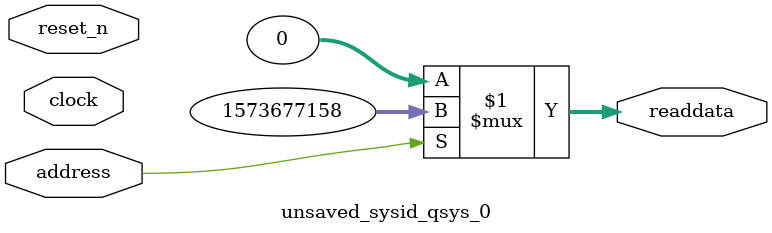
<source format=v>



// synthesis translate_off
`timescale 1ns / 1ps
// synthesis translate_on

// turn off superfluous verilog processor warnings 
// altera message_level Level1 
// altera message_off 10034 10035 10036 10037 10230 10240 10030 

module unsaved_sysid_qsys_0 (
               // inputs:
                address,
                clock,
                reset_n,

               // outputs:
                readdata
             )
;

  output  [ 31: 0] readdata;
  input            address;
  input            clock;
  input            reset_n;

  wire    [ 31: 0] readdata;
  //control_slave, which is an e_avalon_slave
  assign readdata = address ? 1573677158 : 0;

endmodule



</source>
